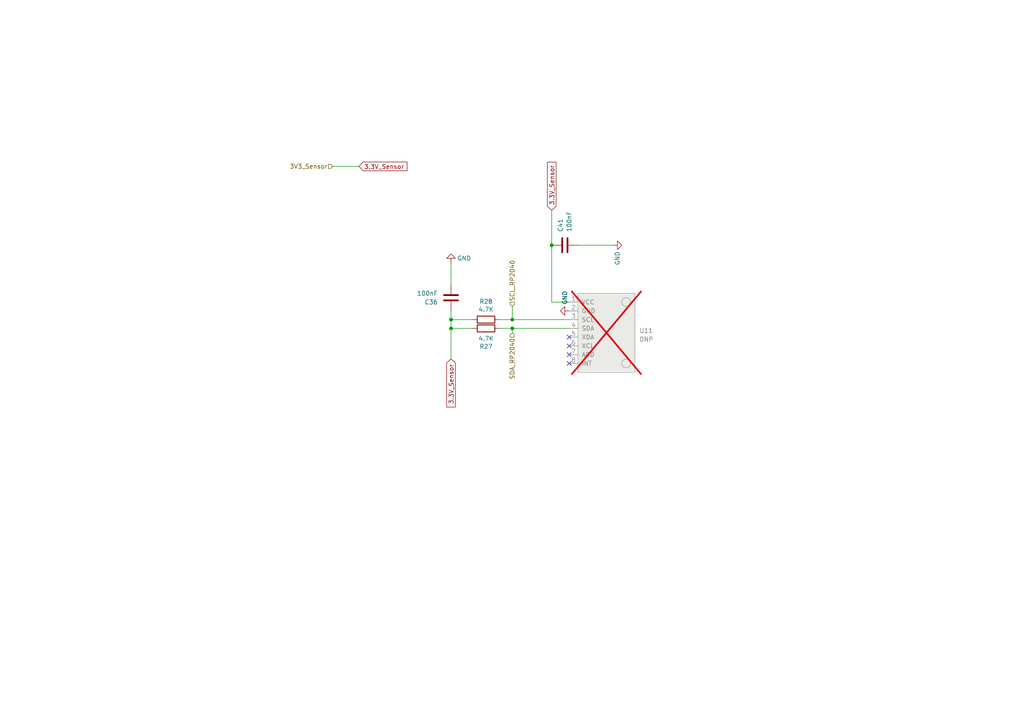
<source format=kicad_sch>
(kicad_sch (version 20231120) (generator "eeschema") (generator_version "8.0")
  (paper "A4")
  (lib_symbols
    (symbol "Device:C" (pin_numbers hide) (pin_names (offset 0.254))
      (property "Reference" "C" (at 0.635 2.54 0))
      (property "Value" "C" (at 0.635 -2.54 0))
      (symbol "C_0_1"
        (polyline (pts (xy -2.032 -0.762) (xy 2.032 -0.762)) (stroke (width 0.508)))
        (polyline (pts (xy -2.032 0.762) (xy 2.032 0.762)) (stroke (width 0.508)))
      )
      (symbol "C_1_1"
        (pin passive line (at 0 3.81 270) (length 2.794) (name "~") (number "1"))
        (pin passive line (at 0 -3.81 90) (length 2.794) (name "~") (number "2"))
      )
    )
    (symbol "Device:R" (pin_numbers hide) (pin_names (offset 0))
      (property "Reference" "R" (at 2.032 0 90))
      (property "Value" "R" (at 0 0 90))
      (symbol "R_0_1"
        (rectangle (start -1.016 -2.54) (end 1.016 2.54) (stroke (width 0.254)))
      )
      (symbol "R_1_1"
        (pin passive line (at 0 3.81 270) (length 1.27) (name "~") (number "1"))
        (pin passive line (at 0 -3.81 90) (length 1.27) (name "~") (number "2"))
      )
    )
    (symbol "Sensor Modules:module_mpu6050" (pin_names (offset 1.016))
      (property "Reference" "U" (at 2.54 21.59 0))
      (property "Value" "module_mpu6050" (at 11.43 -3.81 0))
      (symbol "module_mpu6050_0_1"
        (rectangle (start 2.54 20.32) (end 19.05 -2.54) (fill (type background)))
        (circle (center 16.51 0) (radius 1.27))
        (circle (center 16.51 17.78) (radius 1.27))
      )
      (symbol "module_mpu6050_1_1"
        (pin input line (at 0 17.78 0) (length 2.54) (name "VCC") (number "1"))
        (pin input line (at 0 15.24 0) (length 2.54) (name "GND") (number "2"))
        (pin input line (at 0 12.7 0) (length 2.54) (name "SCL") (number "3"))
        (pin input line (at 0 10.16 0) (length 2.54) (name "SDA") (number "4"))
        (pin input line (at 0 7.62 0) (length 2.54) (name "XDA") (number "5"))
        (pin input line (at 0 5.08 0) (length 2.54) (name "XCL") (number "6"))
        (pin input line (at 0 2.54 0) (length 2.54) (name "ADD") (number "7"))
        (pin input line (at 0 0 0) (length 2.54) (name "INT") (number "8"))
      )
    )
    (symbol "power:GND" (power) (pin_names (offset 0))
      (property "Value" "GND" (at 0 -3.81 0))
      (symbol "GND_0_1"
        (polyline (pts (xy 0 0) (xy 0 -1.27) (xy 1.27 -1.27) (xy 0 -2.54) (xy -1.27 -1.27) (xy 0 -1.27)))
      )
      (symbol "GND_1_1"
        (pin power_in line (at 0 0 270) (length 0) hide (name "GND") (number "1"))
      )
    )
  )
  (junction (at 148.59 92.71))
  (junction (at 148.59 95.25))
  (junction (at 130.81 95.25))
  (junction (at 130.81 92.71))
  (junction (at 160.02 71.12))
  (no_connect (at 165.1 102.87))
  (no_connect (at 165.1 105.41))
  (no_connect (at 165.1 97.79))
  (no_connect (at 165.1 100.33))
  (wire (pts (xy 130.81 104.14) (xy 130.81 95.25)))
  (wire (pts (xy 148.59 96.52) (xy 148.59 95.25)))
  (wire (pts (xy 130.81 92.71) (xy 130.81 90.17)))
  (wire (pts (xy 177.8 71.12) (xy 167.64 71.12)))
  (wire (pts (xy 137.16 92.71) (xy 130.81 92.71)))
  (wire (pts (xy 148.59 92.71) (xy 165.1 92.71)))
  (wire (pts (xy 130.81 82.55) (xy 130.81 76.2)))
  (wire (pts (xy 160.02 87.63) (xy 160.02 71.12)))
  (wire (pts (xy 160.02 71.12) (xy 160.02 60.96)))
  (wire (pts (xy 130.81 95.25) (xy 130.81 92.71)))
  (wire (pts (xy 96.52 48.26) (xy 104.14 48.26)))
  (wire (pts (xy 144.78 92.71) (xy 148.59 92.71)))
  (wire (pts (xy 137.16 95.25) (xy 130.81 95.25)))
  (wire (pts (xy 160.02 87.63) (xy 165.1 87.63)))
  (wire (pts (xy 148.59 95.25) (xy 165.1 95.25)))
  (wire (pts (xy 144.78 95.25) (xy 148.59 95.25)))
  (wire (pts (xy 148.59 92.71) (xy 148.59 88.9)))
  (global_label "3.3V_Sensor" (shape input) (at 160.02 60.96 90) (property "Intersheetrefs" "${INTERSHEET_REFS}" (effects (hide yes))))
  (global_label "3.3V_Sensor" (shape input) (at 104.14 48.26 0) (property "Intersheetrefs" "${INTERSHEET_REFS}" (effects (hide yes))))
  (global_label "3.3V_Sensor" (shape input) (at 130.81 104.14 270) (property "Intersheetrefs" "${INTERSHEET_REFS}" (effects (hide yes))))
  (hierarchical_label "SDA_RP2040" (shape input) (at 148.59 96.52 270))
  (hierarchical_label "SCL_RP2040" (shape input) (at 148.59 88.9 90))
  (hierarchical_label "3V3_Sensor" (shape input) (at 96.52 48.26 180))
  (symbol (lib_id "Device:C") (at 130.81 86.36 180) (unit 1)
    (property "Reference" "C36" (at 127 87.6301 0) (effects (justify left)))
    (property "Value" "100nF" (at 127 85.0901 0) (effects (justify left)))
    (property "Footprint" "Capacitor_SMD:C_0603_1608Metric" (effects (hide yes)))
    (property "MPN" "0603B104K500NT" (effects (hide yes)))
  )
  (symbol (lib_id "Sensor Modules:module_mpu6050") (at 165.1 105.41 0) (unit 1) (dnp yes)
    (property "Reference" "U11" (at 185.42 95.885 0) (effects (justify left)))
    (property "Value" "DNP" (at 185.42 98.425 0) (effects (justify left)))
    (property "Footprint" "SensorModules:module_mpu6050" (effects (hide yes)))
  )
  (symbol (lib_id "power:GND") (at 165.1 90.17 270) (unit 1)
    (property "Reference" "#PWR032" (effects (hide yes)))
    (property "Value" "GND" (at 163.83 86.36 0))
  )
  (symbol (lib_id "power:GND") (at 130.81 76.2 180) (unit 1)
    (property "Reference" "#PWR0168" (effects (hide yes)))
    (property "Value" "GND" (at 134.62 74.93 0))
  )
  (symbol (lib_id "Device:R") (at 140.97 92.71 270) (unit 1)
    (property "Reference" "R28" (at 140.97 87.4522 90))
    (property "Value" "4.7K" (at 140.97 89.7636 90))
    (property "Footprint" "Resistor_SMD:R_0603_1608Metric" (effects (hide yes)))
    (property "MPN" "0603WAF4701T5E" (effects (hide yes)))
  )
  (symbol (lib_id "Device:R") (at 140.97 95.25 90) (unit 1)
    (property "Reference" "R27" (at 140.97 100.5078 90))
    (property "Value" "4.7K" (at 140.97 98.1964 90))
    (property "Footprint" "Resistor_SMD:R_0603_1608Metric" (effects (hide yes)))
    (property "MPN" "0603WAF4701T5E" (effects (hide yes)))
  )
  (symbol (lib_id "power:GND") (at 177.8 71.12 90) (unit 1)
    (property "Reference" "#PWR0169" (effects (hide yes)))
    (property "Value" "GND" (at 179.07 74.93 0))
  )
  (symbol (lib_id "Device:C") (at 163.83 71.12 90) (unit 1)
    (property "Reference" "C41" (at 162.5599 67.31 0) (effects (justify left)))
    (property "Value" "100nF" (at 165.0999 67.31 0) (effects (justify left)))
    (property "Footprint" "Capacitor_SMD:C_0603_1608Metric" (effects (hide yes)))
    (property "MPN" "0603B104K500NT" (effects (hide yes)))
  )
)
</source>
